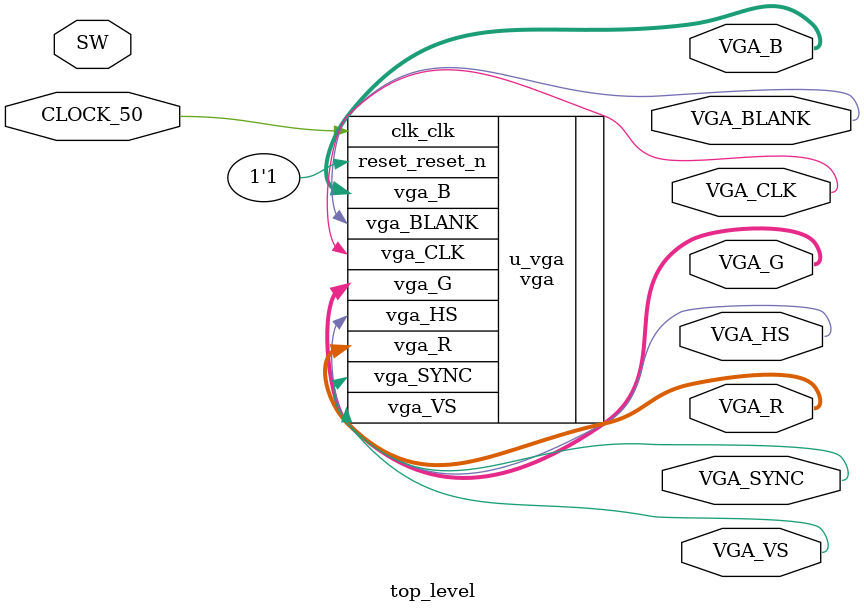
<source format=sv>
module top_level (
		input  wire        CLOCK_50,
		input  wire [17:0] SW,
		
		output wire        VGA_CLK,    
		output wire        VGA_HS,     
		output wire        VGA_VS,     
		output wire        VGA_BLANK,  
		output wire        VGA_SYNC,   
		output wire [7:0]  VGA_R,        
		output wire [7:0]  VGA_G,        
		output wire [7:0]  VGA_B         
);

vga u_vga (
		.clk_clk(CLOCK_50),
		.reset_reset_n(1'b1),
		.vga_CLK(VGA_CLK),
		.vga_HS(VGA_HS),
		.vga_VS(VGA_VS),
		.vga_BLANK(VGA_BLANK),
		.vga_SYNC(VGA_SYNC),
		.vga_R(VGA_R),
		.vga_G(VGA_G),
		.vga_B(VGA_B)
	);
	

endmodule

</source>
